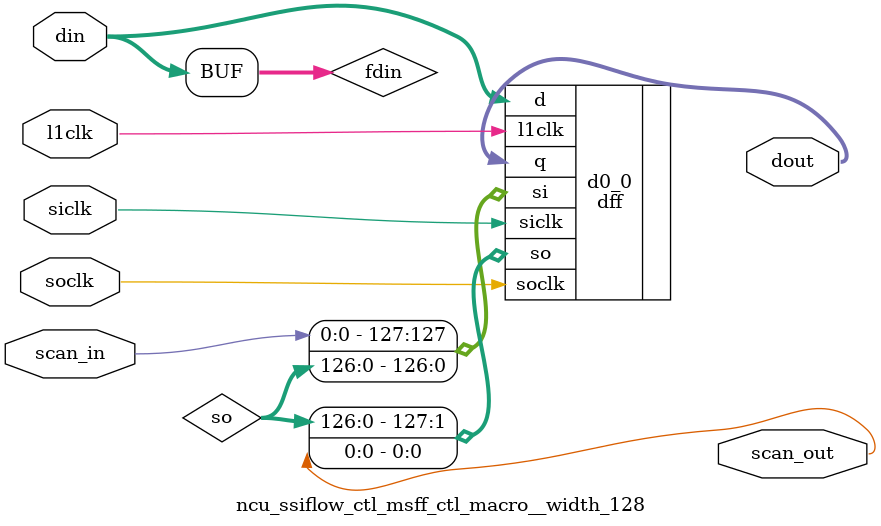
<source format=v>
module ncu_ssiflow_ctl (
  iol2clk, 
  tcu_pce_ov, 
  tcu_clk_stop, 
  tcu_scan_en, 
  tcu_aclk, 
  tcu_bclk, 
  scan_in, 
  scan_out, 
  sck_cntexp, 
  iob_ucb_vld, 
  iob_ucb_data, 
  ucb_iob_stall, 
  rd_req_vld, 
  wr_req_vld, 
  ifill_req_vld, 
  thr_id_in, 
  buf_id_in, 
  size_in, 
  addr_in, 
  data_in, 
  req_acpted, 
  rd_ack_vld, 
  rd_nack_vld, 
  ifill_ack_vld, 
  ifill_nack_vld, 
  thr_id_out, 
  buf_id_out, 
  data_out, 
  ack_busy, 
  int_vld, 
  int_typ, 
  int_thr_id, 
  dev_id, 
  int_stat, 
  int_vec, 
  int_busy, 
  ucb_iob_vld, 
  ucb_iob_data, 
  iob_ucb_stall) ;
wire indata_buf_vld;
wire [127:0] indata_buf;
wire ucb_bus_in_scanin;
wire ucb_bus_in_scanout;
wire ucb_iob_stall_a1;
wire read_pending;
wire write_pending;
wire ifill_pending;
wire buf_full;
wire rd_buf;
wire [1:0] buf_head_next;
wire [1:0] buf_head;
wire buf_head_next0_n;
wire buf_head0_n;
wire buf_head_ff0_scanin;
wire buf_head_ff0_scanout;
wire l1clk;
wire buf_head_ff1_scanin;
wire buf_head_ff1_scanout;
wire wr_buf;
wire [1:0] buf_tail_next;
wire [1:0] buf_tail;
wire buf_tail_next0_n;
wire buf_tail0_n;
wire buf_tail_ff0_scanin;
wire buf_tail_ff0_scanout;
wire buf_tail_ff1_scanin;
wire buf_tail_ff1_scanout;
wire buf_full_next;
wire buf_full_ff_scanin;
wire buf_full_ff_scanout;
wire buf_empty_next;
wire buf_empty_next_n;
wire buf_empty;
wire buf_empty_n;
wire buf_empty_ff_scanin;
wire buf_empty_ff_scanout;
wire [117:0] req_in;
wire [8:0] unconnected_rsvd;
wire buf0_en;
wire buf0_ff_scanin;
wire buf0_ff_scanout;
wire [117:0] buf0;
wire buf1_en;
wire buf1_ff_scanin;
wire buf1_ff_scanout;
wire [117:0] buf1;
wire [117:0] req_out;
wire ifill_req_vld_nq;
wire wr_req_vld_nq;
wire rd_req_vld_nq;
wire ack_buf_wr;
wire ack_buf_vld_next;
wire ack_buf_rd;
wire ack_buf_vld;
wire ack_buf_vld_ff_scanin;
wire ack_buf_vld_ff_scanout;
wire ack_buf_is_nack_ff_scanin;
wire ack_buf_is_nack_ff_scanout;
wire ack_buf_is_nack;
wire [3:0] ack_typ_out;
wire [75:0] ack_buf_in;
wire ack_buf_ff_scanin;
wire ack_buf_ff_scanout;
wire [75:0] ack_buf;
wire [31:0] ack_buf_vec;
wire int_buf_wr;
wire int_buf_vld_next;
wire int_buf_rd;
wire int_buf_vld;
wire int_buf_vld_ff_scanin;
wire int_buf_vld_ff_scanout;
wire [56:0] int_buf_in;
wire int_buf_ff_scanin;
wire int_buf_ff_scanout;
wire [56:0] int_buf;
wire [31:0] int_buf_vec;
wire int_last_rd_ff_scanin;
wire int_last_rd_ff_scanout;
wire int_last_rd;
wire outdata_buf_busy;
wire outdata_buf_wr;
wire [127:0] outdata_buf_in;
wire [31:0] outdata_vec_in;
wire ucb_bus_out_scanin;
wire ucb_bus_out_scanout;
wire siclk;
wire soclk;
wire se;
wire pce_ov;
wire stop;


// Globals
input           iol2clk;
input		tcu_pce_ov;
input		tcu_clk_stop;
input		tcu_scan_en;
input		tcu_aclk;
input		tcu_bclk;
input		scan_in;
output		scan_out;
input		sck_cntexp;

// Request from IO Bridge
input 		iob_ucb_vld;
input [3:0] 	iob_ucb_data;
output 		ucb_iob_stall;

// Request to local unit
output 		rd_req_vld;
output 		wr_req_vld;
output 		ifill_req_vld;
output [5:0] 	thr_id_in;
output [1:0] 	buf_id_in;
output [2:0] 	size_in;   // only pertinent to JBI and SPI
output [39:0] 	addr_in;
output [63:0] 	data_in;
input 		req_acpted;

// Ack/Nack from local unit
input 		rd_ack_vld;
input 		rd_nack_vld;
input 		ifill_ack_vld;
input 		ifill_nack_vld;
input [5:0] 	thr_id_out;
input [1:0] 	buf_id_out;
input [63:0] 	data_out;
output 		ack_busy;

// Interrupt from local unit
input		int_vld;
input [3:0] 	int_typ;     // interrupt type
input [5:0] 	int_thr_id;  // interrupt thread ID
input [8:0]  	dev_id;    // interrupt device ID
input [31:0] 	int_stat;  // interrupt status
input [5:0]  	int_vec;   // interrupt vector
output 		int_busy;

// Output to IO Bridge
output 		ucb_iob_vld;
output [3:0] 	ucb_iob_data;
input 		iob_ucb_stall;




   // Local signals










////////////////////////////////////////////////////////////////////////
// Code starts here
////////////////////////////////////////////////////////////////////////
ncu_ssiui4_ctl  ucb_bus_in (/*autoinst*/
				     // Outputs
				     .stall(ucb_iob_stall),	 // Templated
				     .indata_buf_vld(indata_buf_vld),
				     .indata_buf(indata_buf[127:0]),
				     // Inputs
				     .scan_in(ucb_bus_in_scanin),
				     .scan_out(ucb_bus_in_scanout),
				     .iol2clk(iol2clk),
				     .tcu_pce_ov(tcu_pce_ov),
				     .tcu_clk_stop(tcu_clk_stop),
				     .tcu_aclk(tcu_aclk),
				     .tcu_bclk(tcu_bclk),
				     .tcu_scan_en(tcu_scan_en),
				     .vld(iob_ucb_vld),		 // Templated
				     .data(iob_ucb_data[3:0]),	 // Templated
				     .stall_a1(ucb_iob_stall_a1)); // Templated

   
   /************************************************************
    * Decode inbound packet type
    ************************************************************/
assign 	 read_pending = (indata_buf[3:0] == 4'b0100) & indata_buf_vld;

assign 	 write_pending = (indata_buf[3:0] == 4'b0101) & indata_buf_vld;

assign 	 ifill_pending = (indata_buf[3:0] == 4'b0110) & indata_buf_vld;

assign 	 ucb_iob_stall_a1 = (read_pending | write_pending | ifill_pending) & buf_full;


   /************************************************************
    * Inbound buffer
    ************************************************************/
// Head pointer
assign     rd_buf = req_acpted;
assign     buf_head_next[1:0] = rd_buf ? {buf_head[0],buf_head[1]} : buf_head[1:0];

assign     buf_head_next0_n = ~buf_head_next[0] ;
assign     buf_head[0] = ~buf_head0_n ;
ncu_ssiflow_ctl_msff_ctl_macro__width_1 buf_head_ff0 
				(
				.scan_in(buf_head_ff0_scanin),
				.scan_out(buf_head_ff0_scanout),
				.dout		(buf_head0_n),
				.l1clk		(l1clk),
				.din		(buf_head_next0_n),
  .siclk(siclk),
  .soclk(soclk)
				);

ncu_ssiflow_ctl_msff_ctl_macro__width_1 buf_head_ff1 
				(
				.scan_in(buf_head_ff1_scanin),
				.scan_out(buf_head_ff1_scanout),
				.dout		(buf_head[1]),
				.l1clk		(l1clk),
				.din		(buf_head_next[1]),
  .siclk(siclk),
  .soclk(soclk)
				);

// Tail pointer
assign     wr_buf = (read_pending | write_pending | ifill_pending) & ~buf_full;

assign     buf_tail_next[1:0] = wr_buf ? {buf_tail[0], buf_tail[1]} : buf_tail[1:0];

assign   buf_tail_next0_n = ~buf_tail_next[0];
assign   buf_tail[0] = ~buf_tail0_n ;
ncu_ssiflow_ctl_msff_ctl_macro__width_1 buf_tail_ff0 
				(
				.scan_in(buf_tail_ff0_scanin),
				.scan_out(buf_tail_ff0_scanout),
				.dout		(buf_tail0_n),
				.l1clk		(l1clk),
				.din		(buf_tail_next0_n),
  .siclk(siclk),
  .soclk(soclk)
				);

ncu_ssiflow_ctl_msff_ctl_macro__width_1 buf_tail_ff1 
				(
				.scan_in(buf_tail_ff1_scanin),
				.scan_out(buf_tail_ff1_scanout),
				.dout		(buf_tail[1]),
				.l1clk		(l1clk),
				.din		(buf_tail_next[1]),
  .siclk(siclk),
  .soclk(soclk)
				);

   // Buffer full
assign 	 buf_full_next = (buf_head_next[1:0] == buf_tail_next[1:0]) & wr_buf;
ncu_ssiflow_ctl_msff_ctl_macro__en_1__width_1 buf_full_ff  
				(
				.scan_in(buf_full_ff_scanin),
				.scan_out(buf_full_ff_scanout),
				.dout		(buf_full),
				.l1clk		(l1clk),
				.en		(rd_buf|wr_buf),
				.din		(buf_full_next),
  .siclk(siclk),
  .soclk(soclk)
				);

// Buffer empty
assign     buf_empty_next = ((buf_head_next[1:0] == buf_tail_next[1:0]) & rd_buf) ;
assign     buf_empty_next_n = ~buf_empty_next ;
assign     buf_empty = ~buf_empty_n;
ncu_ssiflow_ctl_msff_ctl_macro__en_1__width_1 buf_empty_ff  
				(
				.scan_in(buf_empty_ff_scanin),
				.scan_out(buf_empty_ff_scanout),
				.dout		(buf_empty_n),
				.l1clk		(l1clk),
				.en		(rd_buf|wr_buf),
				.din		(buf_empty_next_n),
  .siclk(siclk),
  .soclk(soclk)
				);

assign 	 {req_in[117:54],
	  unconnected_rsvd[8:0],
	  req_in[53:0]}		= {indata_buf[127:64],
			   	   indata_buf[63:55],
			   	   indata_buf[54:15],
			   	   indata_buf[14:12],
			   	   indata_buf[11:10],
			   	   indata_buf[9:4],
			   	   ifill_pending,
			   	   write_pending,
			   	   read_pending};
	  
   // Buffer 0
assign 	 buf0_en = buf_tail[0] & wr_buf;

ncu_ssiflow_ctl_msff_ctl_macro__en_1__width_118 buf0_ff  
				(
				.scan_in(buf0_ff_scanin),
				.scan_out(buf0_ff_scanout),
				.dout		(buf0[117:0]),
				.l1clk		(l1clk),
				.en		(buf0_en),
				.din		(req_in[117:0]),
  .siclk(siclk),
  .soclk(soclk)
				);
   // Buffer 1
assign 	 buf1_en = buf_tail[1] & wr_buf;

ncu_ssiflow_ctl_msff_ctl_macro__en_1__width_118 buf1_ff  
				(
				.scan_in(buf1_ff_scanin),
				.scan_out(buf1_ff_scanout),
				.dout		(buf1[117:0]),
				.l1clk		(l1clk),
				.en		(buf1_en),
				.din		(req_in[117:0]),
  .siclk(siclk),
  .soclk(soclk)
				);

assign 	 req_out[117:0]  = buf_head[0] ? buf0[117:0] :
	                   buf_head[1] ? buf1[117:0] :118'b0 ;


   /************************************************************
    * Inbound interface to local unit
    ************************************************************/
assign 	 {data_in[63:0],
	  addr_in[39:0],
	  size_in[2:0],
	  buf_id_in[1:0],
	  thr_id_in[5:0],
	  ifill_req_vld_nq,
	  wr_req_vld_nq,
	  rd_req_vld_nq} = req_out[117:0];

assign 	 rd_req_vld = rd_req_vld_nq & ~buf_empty;
assign 	 wr_req_vld = wr_req_vld_nq & ~buf_empty;
assign 	 ifill_req_vld = ifill_req_vld_nq & ~buf_empty & sck_cntexp;

	  
   /************************************************************
    * Outbound Ack/Nack
    ************************************************************/
assign        ack_buf_wr = rd_ack_vld | rd_nack_vld | ifill_ack_vld | ifill_nack_vld;

assign        ack_buf_vld_next = ack_buf_wr ? 1'b1 :
                                 ack_buf_rd ? 1'b0 : ack_buf_vld;

ncu_ssiflow_ctl_msff_ctl_macro__width_1 ack_buf_vld_ff 
				(
				.scan_in(ack_buf_vld_ff_scanin),
				.scan_out(ack_buf_vld_ff_scanout),
				.dout		(ack_buf_vld),
				.l1clk		(l1clk),
				.din		(ack_buf_vld_next),
  .siclk(siclk),
  .soclk(soclk)
				);

ncu_ssiflow_ctl_msff_ctl_macro__en_1__width_1 ack_buf_is_nack_ff  
				(
				.scan_in(ack_buf_is_nack_ff_scanin),
				.scan_out(ack_buf_is_nack_ff_scanout),
				.dout		(ack_buf_is_nack),
				.l1clk		(l1clk),
				.en		(ack_buf_wr),
				.din		(rd_nack_vld|ifill_nack_vld),
  .siclk(siclk),
  .soclk(soclk)
				);

assign	ack_typ_out[3:0] = rd_ack_vld    ? 4'b0001: //READ_ACK
                           rd_nack_vld   ? 4'b0000: //READ_NACK
	                   ifill_ack_vld ? 4'b0011: //IFILL_ACK
		                           4'b0111; //IFILL_NACK

assign	ack_buf_in[75:0] = {data_out[63:0],
                            buf_id_out[1:0],
                            thr_id_out[5:0],
                            ack_typ_out[3:0]};

ncu_ssiflow_ctl_msff_ctl_macro__en_1__width_76 ack_buf_ff  
				(
				.scan_in(ack_buf_ff_scanin),
				.scan_out(ack_buf_ff_scanout),
				.dout		(ack_buf[75:0]),
				.l1clk		(l1clk),
				.en		(ack_buf_wr),
				.din		(ack_buf_in[75:0]),
  .siclk(siclk),
  .soclk(soclk)
				);

assign	ack_buf_vec[31:0] = ack_buf_is_nack    ? {16'h0000,16'hffff} : {32'hffff_ffff} ;

assign	ack_busy = ack_buf_vld;


   /************************************************************
    * Outbound Interrupt
    ************************************************************/
   // Assertion: int_buf_wr shoudn't be asserted if int_buf_busy
assign  int_buf_wr = int_vld;

assign  int_buf_vld_next = int_buf_wr ? 1'b1 :
                                 int_buf_rd ? 1'b0 : int_buf_vld;

ncu_ssiflow_ctl_msff_ctl_macro__width_1 int_buf_vld_ff 
				(
				.scan_in(int_buf_vld_ff_scanin),
				.scan_out(int_buf_vld_ff_scanout),
				.dout		(int_buf_vld),
				.l1clk		(l1clk),
				.din		(int_buf_vld_next),
  .siclk(siclk),
  .soclk(soclk)
				);

assign	int_buf_in[56:0] = { int_vec[5:0],
                       int_stat[31:0],
                       dev_id[8:0],
                       int_thr_id[5:0],
                       int_typ[3:0]};

ncu_ssiflow_ctl_msff_ctl_macro__en_1__width_57 int_buf_ff  
				(
				.scan_in(int_buf_ff_scanin),
				.scan_out(int_buf_ff_scanout),
				.dout		(int_buf[56:0]),
				.l1clk		(l1clk),
				.en		(int_buf_wr),
				.din		(int_buf_in[56:0]),
  .siclk(siclk),
  .soclk(soclk)
				);

assign int_buf_vec[31:0] = {16'h0000,16'hffff} ; 
                           

assign int_busy = int_buf_vld;


   /************************************************************
    * Outbound ack/interrupt Arbitration
    ************************************************************/
ncu_ssiflow_ctl_msff_ctl_macro__en_1__width_1 int_last_rd_ff  
				(
				.scan_in(int_last_rd_ff_scanin),
				.scan_out(int_last_rd_ff_scanout),
				.dout		(int_last_rd),
				.l1clk		(l1clk),
				.en		(ack_buf_rd|int_buf_rd),
				.din		(int_buf_rd),
  .siclk(siclk),
  .soclk(soclk)
				);
                        
assign ack_buf_rd = ~outdata_buf_busy & ack_buf_vld &
                           (~int_buf_vld | int_last_rd);

assign int_buf_rd = ~outdata_buf_busy & int_buf_vld &
                           (~ack_buf_vld | ~int_last_rd);

assign outdata_buf_wr = ack_buf_rd | int_buf_rd;

assign outdata_buf_in[127:0] = ack_buf_rd ? {ack_buf[75:12],
                                             9'b0,
                                             40'b0,
                                             3'b0,
                                             ack_buf[11:10],
                                             ack_buf[9:4],
                                             ack_buf[3:0]}:
                                            {64'b0,
                                             7'b0,
                                             int_buf[56:51],
                                             int_buf[50:19],
                                             int_buf[18:10],
                                             int_buf[9:4],
                                             int_buf[3:0]};

assign	outdata_vec_in[31:0] = ack_buf_rd ? ack_buf_vec[31:0] : int_buf_vec[31:0];


ncu_ssiuo4_ctl ucb_bus_out (/*autoinst*/
				       // Outputs
				       .vld(ucb_iob_vld),	 // Templated
				       .data(ucb_iob_data[3:0]), // Templated
				       .outdata_buf_busy(outdata_buf_busy),
				       // Inputs
				       .scan_in(ucb_bus_out_scanin),
				       .scan_out(ucb_bus_out_scanout),
				       .iol2clk(iol2clk),
				       .tcu_pce_ov(tcu_pce_ov),
				       .tcu_clk_stop(tcu_clk_stop),
				       .tcu_aclk(tcu_aclk),
				       .tcu_bclk(tcu_bclk),
				       .tcu_scan_en(tcu_scan_en),
				       .stall(iob_ucb_stall),	 // Templated
				       .outdata_buf_in(outdata_buf_in[127:0]),
				       .outdata_vec_in(outdata_vec_in[31:0]), // Templated
				       .outdata_buf_wr(outdata_buf_wr));




/**** adding clock header ****/
ncu_ssiflow_ctl_l1clkhdr_ctl_macro clkgen (
				.l2clk	(iol2clk),
				.l1en	(1'b1),
				.l1clk	(l1clk),
  .pce_ov(pce_ov),
  .stop(stop),
  .se(se)
				);

/*** building tcu port ***/
assign	siclk = tcu_aclk;
assign	soclk = tcu_bclk;
assign	   se = tcu_scan_en;
assign	pce_ov = tcu_pce_ov;
assign	stop = tcu_clk_stop;

// fixscan start:
assign ucb_bus_in_scanin         = scan_in                  ;
assign buf_head_ff0_scanin       = ucb_bus_in_scanout       ;
assign buf_head_ff1_scanin       = buf_head_ff0_scanout     ;
assign buf_tail_ff0_scanin       = buf_head_ff1_scanout     ;
assign buf_tail_ff1_scanin       = buf_tail_ff0_scanout     ;
assign buf_full_ff_scanin        = buf_tail_ff1_scanout     ;
assign buf_empty_ff_scanin       = buf_full_ff_scanout      ;
assign buf0_ff_scanin            = buf_empty_ff_scanout     ;
assign buf1_ff_scanin            = buf0_ff_scanout          ;
assign ack_buf_vld_ff_scanin     = buf1_ff_scanout          ;
assign ack_buf_is_nack_ff_scanin = ack_buf_vld_ff_scanout   ;
assign ack_buf_ff_scanin         = ack_buf_is_nack_ff_scanout;
assign int_buf_vld_ff_scanin     = ack_buf_ff_scanout       ;
assign int_buf_ff_scanin         = int_buf_vld_ff_scanout   ;
assign int_last_rd_ff_scanin     = int_buf_ff_scanout       ;
assign ucb_bus_out_scanin        = int_last_rd_ff_scanout   ;
assign scan_out                  = ucb_bus_out_scanout      ;
// fixscan end:
endmodule 

// Local Variables:
// verilog-library-directories:(".")
// End:



// any PARAMS parms go into naming of macro

module ncu_ssiflow_ctl_msff_ctl_macro__en_1__width_1 (
  din, 
  en, 
  l1clk, 
  scan_in, 
  siclk, 
  soclk, 
  dout, 
  scan_out);
wire [0:0] fdin;

  input [0:0] din;
  input en;
  input l1clk;
  input scan_in;


  input siclk;
  input soclk;

  output [0:0] dout;
  output scan_out;
assign fdin[0:0] = (din[0:0] & {1{en}}) | (dout[0:0] & ~{1{en}});






dff /*#(1)*/  d0_0 (
.l1clk(l1clk),
.siclk(siclk),
.soclk(soclk),
.d(fdin[0:0]),
.si(scan_in),
.so(scan_out),
.q(dout[0:0])
);












endmodule













// any PARAMS parms go into naming of macro

module ncu_ssiflow_ctl_msff_ctl_macro__en_1__width_4 (
  din, 
  en, 
  l1clk, 
  scan_in, 
  siclk, 
  soclk, 
  dout, 
  scan_out);
wire [3:0] fdin;
wire [2:0] so;

  input [3:0] din;
  input en;
  input l1clk;
  input scan_in;


  input siclk;
  input soclk;

  output [3:0] dout;
  output scan_out;
assign fdin[3:0] = (din[3:0] & {4{en}}) | (dout[3:0] & ~{4{en}});






dff /*#(4)*/  d0_0 (
.l1clk(l1clk),
.siclk(siclk),
.soclk(soclk),
.d(fdin[3:0]),
.si({scan_in,so[2:0]}),
.so({so[2:0],scan_out}),
.q(dout[3:0])
);












endmodule













// any PARAMS parms go into naming of macro

module ncu_ssiflow_ctl_msff_ctl_macro__width_1 (
  din, 
  l1clk, 
  scan_in, 
  siclk, 
  soclk, 
  dout, 
  scan_out);
wire [0:0] fdin;

  input [0:0] din;
  input l1clk;
  input scan_in;


  input siclk;
  input soclk;

  output [0:0] dout;
  output scan_out;
assign fdin[0:0] = din[0:0];






dff /*#(1)*/  d0_0 (
.l1clk(l1clk),
.siclk(siclk),
.soclk(soclk),
.d(fdin[0:0]),
.si(scan_in),
.so(scan_out),
.q(dout[0:0])
);












endmodule













// any PARAMS parms go into naming of macro

module ncu_ssiflow_ctl_msff_ctl_macro__en_1__width_32 (
  din, 
  en, 
  l1clk, 
  scan_in, 
  siclk, 
  soclk, 
  dout, 
  scan_out);
wire [31:0] fdin;
wire [30:0] so;

  input [31:0] din;
  input en;
  input l1clk;
  input scan_in;


  input siclk;
  input soclk;

  output [31:0] dout;
  output scan_out;
assign fdin[31:0] = (din[31:0] & {32{en}}) | (dout[31:0] & ~{32{en}});






dff /*#(32)*/  d0_0 (
.l1clk(l1clk),
.siclk(siclk),
.soclk(soclk),
.d(fdin[31:0]),
.si({scan_in,so[30:0]}),
.so({so[30:0],scan_out}),
.q(dout[31:0])
);












endmodule













// any PARAMS parms go into naming of macro

module ncu_ssiflow_ctl_msff_ctl_macro__en_1__width_128 (
  din, 
  en, 
  l1clk, 
  scan_in, 
  siclk, 
  soclk, 
  dout, 
  scan_out);
wire [127:0] fdin;
wire [126:0] so;

  input [127:0] din;
  input en;
  input l1clk;
  input scan_in;


  input siclk;
  input soclk;

  output [127:0] dout;
  output scan_out;
assign fdin[127:0] = (din[127:0] & {128{en}}) | (dout[127:0] & ~{128{en}});






dff /*#(128)*/  d0_0 (
.l1clk(l1clk),
.siclk(siclk),
.soclk(soclk),
.d(fdin[127:0]),
.si({scan_in,so[126:0]}),
.so({so[126:0],scan_out}),
.q(dout[127:0])
);












endmodule













// any PARAMS parms go into naming of macro

module ncu_ssiflow_ctl_l1clkhdr_ctl_macro (
  l2clk, 
  l1en, 
  pce_ov, 
  stop, 
  se, 
  l1clk);


  input l2clk;
  input l1en;
  input pce_ov;
  input stop;
  input se;
  output l1clk;



 

cl_sc1_l1hdr_8x c_0 (


   .l2clk(l2clk),
   .pce(l1en),
   .l1clk(l1clk),
  .se(se),
  .pce_ov(pce_ov),
  .stop(stop)
);



endmodule













// any PARAMS parms go into naming of macro

module ncu_ssiflow_ctl_msff_ctl_macro__en_1__width_118 (
  din, 
  en, 
  l1clk, 
  scan_in, 
  siclk, 
  soclk, 
  dout, 
  scan_out);
wire [117:0] fdin;
wire [116:0] so;

  input [117:0] din;
  input en;
  input l1clk;
  input scan_in;


  input siclk;
  input soclk;

  output [117:0] dout;
  output scan_out;
assign fdin[117:0] = (din[117:0] & {118{en}}) | (dout[117:0] & ~{118{en}});






dff /*#(118)*/  d0_0 (
.l1clk(l1clk),
.siclk(siclk),
.soclk(soclk),
.d(fdin[117:0]),
.si({scan_in,so[116:0]}),
.so({so[116:0],scan_out}),
.q(dout[117:0])
);












endmodule













// any PARAMS parms go into naming of macro

module ncu_ssiflow_ctl_msff_ctl_macro__en_1__width_76 (
  din, 
  en, 
  l1clk, 
  scan_in, 
  siclk, 
  soclk, 
  dout, 
  scan_out);
wire [75:0] fdin;
wire [74:0] so;

  input [75:0] din;
  input en;
  input l1clk;
  input scan_in;


  input siclk;
  input soclk;

  output [75:0] dout;
  output scan_out;
assign fdin[75:0] = (din[75:0] & {76{en}}) | (dout[75:0] & ~{76{en}});






dff /*#(76)*/  d0_0 (
.l1clk(l1clk),
.siclk(siclk),
.soclk(soclk),
.d(fdin[75:0]),
.si({scan_in,so[74:0]}),
.so({so[74:0],scan_out}),
.q(dout[75:0])
);












endmodule













// any PARAMS parms go into naming of macro

module ncu_ssiflow_ctl_msff_ctl_macro__en_1__width_57 (
  din, 
  en, 
  l1clk, 
  scan_in, 
  siclk, 
  soclk, 
  dout, 
  scan_out);
wire [56:0] fdin;
wire [55:0] so;

  input [56:0] din;
  input en;
  input l1clk;
  input scan_in;


  input siclk;
  input soclk;

  output [56:0] dout;
  output scan_out;
assign fdin[56:0] = (din[56:0] & {57{en}}) | (dout[56:0] & ~{57{en}});






dff /*#(57)*/  d0_0 (
.l1clk(l1clk),
.siclk(siclk),
.soclk(soclk),
.d(fdin[56:0]),
.si({scan_in,so[55:0]}),
.so({so[55:0],scan_out}),
.q(dout[56:0])
);












endmodule



// any PARAMS parms go into naming of macro

module ncu_ssiflow_ctl_msff_ctl_macro__width_32 (
  din, 
  l1clk, 
  scan_in, 
  siclk, 
  soclk, 
  dout, 
  scan_out);
wire [31:0] fdin;
wire [30:0] so;

  input [31:0] din;
  input l1clk;
  input scan_in;


  input siclk;
  input soclk;

  output [31:0] dout;
  output scan_out;
assign fdin[31:0] = din[31:0];






dff /*#(32)*/  d0_0 (
.l1clk(l1clk),
.siclk(siclk),
.soclk(soclk),
.d(fdin[31:0]),
.si({scan_in,so[30:0]}),
.so({so[30:0],scan_out}),
.q(dout[31:0])
);












endmodule













// any PARAMS parms go into naming of macro

module ncu_ssiflow_ctl_msff_ctl_macro__width_128 (
  din, 
  l1clk, 
  scan_in, 
  siclk, 
  soclk, 
  dout, 
  scan_out);
wire [127:0] fdin;
wire [126:0] so;

  input [127:0] din;
  input l1clk;
  input scan_in;


  input siclk;
  input soclk;

  output [127:0] dout;
  output scan_out;
assign fdin[127:0] = din[127:0];






dff /*#(128)*/  d0_0 (
.l1clk(l1clk),
.siclk(siclk),
.soclk(soclk),
.d(fdin[127:0]),
.si({scan_in,so[126:0]}),
.so({so[126:0],scan_out}),
.q(dout[127:0])
);












endmodule









</source>
